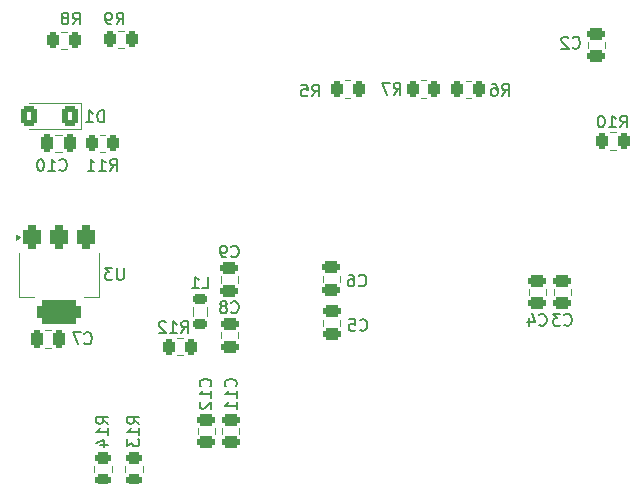
<source format=gbo>
%TF.GenerationSoftware,KiCad,Pcbnew,8.0.3*%
%TF.CreationDate,2024-06-30T18:20:56+08:00*%
%TF.ProjectId,Mini-K1-64,4d696e69-2d4b-4312-9d36-342e6b696361,rev?*%
%TF.SameCoordinates,Original*%
%TF.FileFunction,Legend,Bot*%
%TF.FilePolarity,Positive*%
%FSLAX46Y46*%
G04 Gerber Fmt 4.6, Leading zero omitted, Abs format (unit mm)*
G04 Created by KiCad (PCBNEW 8.0.3) date 2024-06-30 18:20:56*
%MOMM*%
%LPD*%
G01*
G04 APERTURE LIST*
G04 Aperture macros list*
%AMRoundRect*
0 Rectangle with rounded corners*
0 $1 Rounding radius*
0 $2 $3 $4 $5 $6 $7 $8 $9 X,Y pos of 4 corners*
0 Add a 4 corners polygon primitive as box body*
4,1,4,$2,$3,$4,$5,$6,$7,$8,$9,$2,$3,0*
0 Add four circle primitives for the rounded corners*
1,1,$1+$1,$2,$3*
1,1,$1+$1,$4,$5*
1,1,$1+$1,$6,$7*
1,1,$1+$1,$8,$9*
0 Add four rect primitives between the rounded corners*
20,1,$1+$1,$2,$3,$4,$5,0*
20,1,$1+$1,$4,$5,$6,$7,0*
20,1,$1+$1,$6,$7,$8,$9,0*
20,1,$1+$1,$8,$9,$2,$3,0*%
G04 Aperture macros list end*
%ADD10C,0.150000*%
%ADD11C,0.120000*%
%ADD12R,1.700000X1.700000*%
%ADD13O,1.700000X1.700000*%
%ADD14C,3.500000*%
%ADD15C,0.650000*%
%ADD16O,1.000000X2.100000*%
%ADD17O,1.000000X1.800000*%
%ADD18C,2.000000*%
%ADD19C,1.500000*%
%ADD20RoundRect,0.218750X-0.381250X0.218750X-0.381250X-0.218750X0.381250X-0.218750X0.381250X0.218750X0*%
%ADD21RoundRect,0.250000X0.475000X-0.250000X0.475000X0.250000X-0.475000X0.250000X-0.475000X-0.250000X0*%
%ADD22RoundRect,0.250000X0.262500X0.450000X-0.262500X0.450000X-0.262500X-0.450000X0.262500X-0.450000X0*%
%ADD23RoundRect,0.250000X0.250000X0.475000X-0.250000X0.475000X-0.250000X-0.475000X0.250000X-0.475000X0*%
%ADD24RoundRect,0.250000X-0.262500X-0.450000X0.262500X-0.450000X0.262500X0.450000X-0.262500X0.450000X0*%
%ADD25RoundRect,0.250000X0.400000X0.600000X-0.400000X0.600000X-0.400000X-0.600000X0.400000X-0.600000X0*%
%ADD26RoundRect,0.250000X-0.450000X0.262500X-0.450000X-0.262500X0.450000X-0.262500X0.450000X0.262500X0*%
%ADD27RoundRect,0.250000X-0.475000X0.250000X-0.475000X-0.250000X0.475000X-0.250000X0.475000X0.250000X0*%
%ADD28RoundRect,0.375000X-0.375000X0.625000X-0.375000X-0.625000X0.375000X-0.625000X0.375000X0.625000X0*%
%ADD29RoundRect,0.500000X-1.400000X0.500000X-1.400000X-0.500000X1.400000X-0.500000X1.400000X0.500000X0*%
%ADD30O,1.000000X1.000000*%
%ADD31R,1.000000X1.000000*%
G04 APERTURE END LIST*
D10*
X131951666Y-105304819D02*
X132427856Y-105304819D01*
X132427856Y-105304819D02*
X132427856Y-104304819D01*
X131094523Y-105304819D02*
X131665951Y-105304819D01*
X131380237Y-105304819D02*
X131380237Y-104304819D01*
X131380237Y-104304819D02*
X131475475Y-104447676D01*
X131475475Y-104447676D02*
X131570713Y-104542914D01*
X131570713Y-104542914D02*
X131665951Y-104590533D01*
X162626666Y-108359580D02*
X162674285Y-108407200D01*
X162674285Y-108407200D02*
X162817142Y-108454819D01*
X162817142Y-108454819D02*
X162912380Y-108454819D01*
X162912380Y-108454819D02*
X163055237Y-108407200D01*
X163055237Y-108407200D02*
X163150475Y-108311961D01*
X163150475Y-108311961D02*
X163198094Y-108216723D01*
X163198094Y-108216723D02*
X163245713Y-108026247D01*
X163245713Y-108026247D02*
X163245713Y-107883390D01*
X163245713Y-107883390D02*
X163198094Y-107692914D01*
X163198094Y-107692914D02*
X163150475Y-107597676D01*
X163150475Y-107597676D02*
X163055237Y-107502438D01*
X163055237Y-107502438D02*
X162912380Y-107454819D01*
X162912380Y-107454819D02*
X162817142Y-107454819D01*
X162817142Y-107454819D02*
X162674285Y-107502438D01*
X162674285Y-107502438D02*
X162626666Y-107550057D01*
X162293332Y-107454819D02*
X161674285Y-107454819D01*
X161674285Y-107454819D02*
X162007618Y-107835771D01*
X162007618Y-107835771D02*
X161864761Y-107835771D01*
X161864761Y-107835771D02*
X161769523Y-107883390D01*
X161769523Y-107883390D02*
X161721904Y-107931009D01*
X161721904Y-107931009D02*
X161674285Y-108026247D01*
X161674285Y-108026247D02*
X161674285Y-108264342D01*
X161674285Y-108264342D02*
X161721904Y-108359580D01*
X161721904Y-108359580D02*
X161769523Y-108407200D01*
X161769523Y-108407200D02*
X161864761Y-108454819D01*
X161864761Y-108454819D02*
X162150475Y-108454819D01*
X162150475Y-108454819D02*
X162245713Y-108407200D01*
X162245713Y-108407200D02*
X162293332Y-108359580D01*
X124175457Y-95351619D02*
X124508790Y-94875428D01*
X124746885Y-95351619D02*
X124746885Y-94351619D01*
X124746885Y-94351619D02*
X124365933Y-94351619D01*
X124365933Y-94351619D02*
X124270695Y-94399238D01*
X124270695Y-94399238D02*
X124223076Y-94446857D01*
X124223076Y-94446857D02*
X124175457Y-94542095D01*
X124175457Y-94542095D02*
X124175457Y-94684952D01*
X124175457Y-94684952D02*
X124223076Y-94780190D01*
X124223076Y-94780190D02*
X124270695Y-94827809D01*
X124270695Y-94827809D02*
X124365933Y-94875428D01*
X124365933Y-94875428D02*
X124746885Y-94875428D01*
X123223076Y-95351619D02*
X123794504Y-95351619D01*
X123508790Y-95351619D02*
X123508790Y-94351619D01*
X123508790Y-94351619D02*
X123604028Y-94494476D01*
X123604028Y-94494476D02*
X123699266Y-94589714D01*
X123699266Y-94589714D02*
X123794504Y-94637333D01*
X122270695Y-95351619D02*
X122842123Y-95351619D01*
X122556409Y-95351619D02*
X122556409Y-94351619D01*
X122556409Y-94351619D02*
X122651647Y-94494476D01*
X122651647Y-94494476D02*
X122746885Y-94589714D01*
X122746885Y-94589714D02*
X122842123Y-94637333D01*
X121997466Y-109937580D02*
X122045085Y-109985200D01*
X122045085Y-109985200D02*
X122187942Y-110032819D01*
X122187942Y-110032819D02*
X122283180Y-110032819D01*
X122283180Y-110032819D02*
X122426037Y-109985200D01*
X122426037Y-109985200D02*
X122521275Y-109889961D01*
X122521275Y-109889961D02*
X122568894Y-109794723D01*
X122568894Y-109794723D02*
X122616513Y-109604247D01*
X122616513Y-109604247D02*
X122616513Y-109461390D01*
X122616513Y-109461390D02*
X122568894Y-109270914D01*
X122568894Y-109270914D02*
X122521275Y-109175676D01*
X122521275Y-109175676D02*
X122426037Y-109080438D01*
X122426037Y-109080438D02*
X122283180Y-109032819D01*
X122283180Y-109032819D02*
X122187942Y-109032819D01*
X122187942Y-109032819D02*
X122045085Y-109080438D01*
X122045085Y-109080438D02*
X121997466Y-109128057D01*
X121664132Y-109032819D02*
X120997466Y-109032819D01*
X120997466Y-109032819D02*
X121426037Y-110032819D01*
X141266666Y-89049819D02*
X141599999Y-88573628D01*
X141838094Y-89049819D02*
X141838094Y-88049819D01*
X141838094Y-88049819D02*
X141457142Y-88049819D01*
X141457142Y-88049819D02*
X141361904Y-88097438D01*
X141361904Y-88097438D02*
X141314285Y-88145057D01*
X141314285Y-88145057D02*
X141266666Y-88240295D01*
X141266666Y-88240295D02*
X141266666Y-88383152D01*
X141266666Y-88383152D02*
X141314285Y-88478390D01*
X141314285Y-88478390D02*
X141361904Y-88526009D01*
X141361904Y-88526009D02*
X141457142Y-88573628D01*
X141457142Y-88573628D02*
X141838094Y-88573628D01*
X140361904Y-88049819D02*
X140838094Y-88049819D01*
X140838094Y-88049819D02*
X140885713Y-88526009D01*
X140885713Y-88526009D02*
X140838094Y-88478390D01*
X140838094Y-88478390D02*
X140742856Y-88430771D01*
X140742856Y-88430771D02*
X140504761Y-88430771D01*
X140504761Y-88430771D02*
X140409523Y-88478390D01*
X140409523Y-88478390D02*
X140361904Y-88526009D01*
X140361904Y-88526009D02*
X140314285Y-88621247D01*
X140314285Y-88621247D02*
X140314285Y-88859342D01*
X140314285Y-88859342D02*
X140361904Y-88954580D01*
X140361904Y-88954580D02*
X140409523Y-89002200D01*
X140409523Y-89002200D02*
X140504761Y-89049819D01*
X140504761Y-89049819D02*
X140742856Y-89049819D01*
X140742856Y-89049819D02*
X140838094Y-89002200D01*
X140838094Y-89002200D02*
X140885713Y-88954580D01*
X160501736Y-108359580D02*
X160549355Y-108407200D01*
X160549355Y-108407200D02*
X160692212Y-108454819D01*
X160692212Y-108454819D02*
X160787450Y-108454819D01*
X160787450Y-108454819D02*
X160930307Y-108407200D01*
X160930307Y-108407200D02*
X161025545Y-108311961D01*
X161025545Y-108311961D02*
X161073164Y-108216723D01*
X161073164Y-108216723D02*
X161120783Y-108026247D01*
X161120783Y-108026247D02*
X161120783Y-107883390D01*
X161120783Y-107883390D02*
X161073164Y-107692914D01*
X161073164Y-107692914D02*
X161025545Y-107597676D01*
X161025545Y-107597676D02*
X160930307Y-107502438D01*
X160930307Y-107502438D02*
X160787450Y-107454819D01*
X160787450Y-107454819D02*
X160692212Y-107454819D01*
X160692212Y-107454819D02*
X160549355Y-107502438D01*
X160549355Y-107502438D02*
X160501736Y-107550057D01*
X159644593Y-107788152D02*
X159644593Y-108454819D01*
X159882688Y-107407200D02*
X160120783Y-108121485D01*
X160120783Y-108121485D02*
X159501736Y-108121485D01*
X130202857Y-109079819D02*
X130536190Y-108603628D01*
X130774285Y-109079819D02*
X130774285Y-108079819D01*
X130774285Y-108079819D02*
X130393333Y-108079819D01*
X130393333Y-108079819D02*
X130298095Y-108127438D01*
X130298095Y-108127438D02*
X130250476Y-108175057D01*
X130250476Y-108175057D02*
X130202857Y-108270295D01*
X130202857Y-108270295D02*
X130202857Y-108413152D01*
X130202857Y-108413152D02*
X130250476Y-108508390D01*
X130250476Y-108508390D02*
X130298095Y-108556009D01*
X130298095Y-108556009D02*
X130393333Y-108603628D01*
X130393333Y-108603628D02*
X130774285Y-108603628D01*
X129250476Y-109079819D02*
X129821904Y-109079819D01*
X129536190Y-109079819D02*
X129536190Y-108079819D01*
X129536190Y-108079819D02*
X129631428Y-108222676D01*
X129631428Y-108222676D02*
X129726666Y-108317914D01*
X129726666Y-108317914D02*
X129821904Y-108365533D01*
X128869523Y-108175057D02*
X128821904Y-108127438D01*
X128821904Y-108127438D02*
X128726666Y-108079819D01*
X128726666Y-108079819D02*
X128488571Y-108079819D01*
X128488571Y-108079819D02*
X128393333Y-108127438D01*
X128393333Y-108127438D02*
X128345714Y-108175057D01*
X128345714Y-108175057D02*
X128298095Y-108270295D01*
X128298095Y-108270295D02*
X128298095Y-108365533D01*
X128298095Y-108365533D02*
X128345714Y-108508390D01*
X128345714Y-108508390D02*
X128917142Y-109079819D01*
X128917142Y-109079819D02*
X128298095Y-109079819D01*
X123661094Y-91236819D02*
X123661094Y-90236819D01*
X123661094Y-90236819D02*
X123422999Y-90236819D01*
X123422999Y-90236819D02*
X123280142Y-90284438D01*
X123280142Y-90284438D02*
X123184904Y-90379676D01*
X123184904Y-90379676D02*
X123137285Y-90474914D01*
X123137285Y-90474914D02*
X123089666Y-90665390D01*
X123089666Y-90665390D02*
X123089666Y-90808247D01*
X123089666Y-90808247D02*
X123137285Y-90998723D01*
X123137285Y-90998723D02*
X123184904Y-91093961D01*
X123184904Y-91093961D02*
X123280142Y-91189200D01*
X123280142Y-91189200D02*
X123422999Y-91236819D01*
X123422999Y-91236819D02*
X123661094Y-91236819D01*
X122137285Y-91236819D02*
X122708713Y-91236819D01*
X122422999Y-91236819D02*
X122422999Y-90236819D01*
X122422999Y-90236819D02*
X122518237Y-90379676D01*
X122518237Y-90379676D02*
X122613475Y-90474914D01*
X122613475Y-90474914D02*
X122708713Y-90522533D01*
X126639819Y-116782142D02*
X126163628Y-116448809D01*
X126639819Y-116210714D02*
X125639819Y-116210714D01*
X125639819Y-116210714D02*
X125639819Y-116591666D01*
X125639819Y-116591666D02*
X125687438Y-116686904D01*
X125687438Y-116686904D02*
X125735057Y-116734523D01*
X125735057Y-116734523D02*
X125830295Y-116782142D01*
X125830295Y-116782142D02*
X125973152Y-116782142D01*
X125973152Y-116782142D02*
X126068390Y-116734523D01*
X126068390Y-116734523D02*
X126116009Y-116686904D01*
X126116009Y-116686904D02*
X126163628Y-116591666D01*
X126163628Y-116591666D02*
X126163628Y-116210714D01*
X126639819Y-117734523D02*
X126639819Y-117163095D01*
X126639819Y-117448809D02*
X125639819Y-117448809D01*
X125639819Y-117448809D02*
X125782676Y-117353571D01*
X125782676Y-117353571D02*
X125877914Y-117258333D01*
X125877914Y-117258333D02*
X125925533Y-117163095D01*
X125639819Y-118067857D02*
X125639819Y-118686904D01*
X125639819Y-118686904D02*
X126020771Y-118353571D01*
X126020771Y-118353571D02*
X126020771Y-118496428D01*
X126020771Y-118496428D02*
X126068390Y-118591666D01*
X126068390Y-118591666D02*
X126116009Y-118639285D01*
X126116009Y-118639285D02*
X126211247Y-118686904D01*
X126211247Y-118686904D02*
X126449342Y-118686904D01*
X126449342Y-118686904D02*
X126544580Y-118639285D01*
X126544580Y-118639285D02*
X126592200Y-118591666D01*
X126592200Y-118591666D02*
X126639819Y-118496428D01*
X126639819Y-118496428D02*
X126639819Y-118210714D01*
X126639819Y-118210714D02*
X126592200Y-118115476D01*
X126592200Y-118115476D02*
X126544580Y-118067857D01*
X157356666Y-88989819D02*
X157689999Y-88513628D01*
X157928094Y-88989819D02*
X157928094Y-87989819D01*
X157928094Y-87989819D02*
X157547142Y-87989819D01*
X157547142Y-87989819D02*
X157451904Y-88037438D01*
X157451904Y-88037438D02*
X157404285Y-88085057D01*
X157404285Y-88085057D02*
X157356666Y-88180295D01*
X157356666Y-88180295D02*
X157356666Y-88323152D01*
X157356666Y-88323152D02*
X157404285Y-88418390D01*
X157404285Y-88418390D02*
X157451904Y-88466009D01*
X157451904Y-88466009D02*
X157547142Y-88513628D01*
X157547142Y-88513628D02*
X157928094Y-88513628D01*
X156499523Y-87989819D02*
X156689999Y-87989819D01*
X156689999Y-87989819D02*
X156785237Y-88037438D01*
X156785237Y-88037438D02*
X156832856Y-88085057D01*
X156832856Y-88085057D02*
X156928094Y-88227914D01*
X156928094Y-88227914D02*
X156975713Y-88418390D01*
X156975713Y-88418390D02*
X156975713Y-88799342D01*
X156975713Y-88799342D02*
X156928094Y-88894580D01*
X156928094Y-88894580D02*
X156880475Y-88942200D01*
X156880475Y-88942200D02*
X156785237Y-88989819D01*
X156785237Y-88989819D02*
X156594761Y-88989819D01*
X156594761Y-88989819D02*
X156499523Y-88942200D01*
X156499523Y-88942200D02*
X156451904Y-88894580D01*
X156451904Y-88894580D02*
X156404285Y-88799342D01*
X156404285Y-88799342D02*
X156404285Y-88561247D01*
X156404285Y-88561247D02*
X156451904Y-88466009D01*
X156451904Y-88466009D02*
X156499523Y-88418390D01*
X156499523Y-88418390D02*
X156594761Y-88370771D01*
X156594761Y-88370771D02*
X156785237Y-88370771D01*
X156785237Y-88370771D02*
X156880475Y-88418390D01*
X156880475Y-88418390D02*
X156928094Y-88466009D01*
X156928094Y-88466009D02*
X156975713Y-88561247D01*
X148176666Y-88889819D02*
X148509999Y-88413628D01*
X148748094Y-88889819D02*
X148748094Y-87889819D01*
X148748094Y-87889819D02*
X148367142Y-87889819D01*
X148367142Y-87889819D02*
X148271904Y-87937438D01*
X148271904Y-87937438D02*
X148224285Y-87985057D01*
X148224285Y-87985057D02*
X148176666Y-88080295D01*
X148176666Y-88080295D02*
X148176666Y-88223152D01*
X148176666Y-88223152D02*
X148224285Y-88318390D01*
X148224285Y-88318390D02*
X148271904Y-88366009D01*
X148271904Y-88366009D02*
X148367142Y-88413628D01*
X148367142Y-88413628D02*
X148748094Y-88413628D01*
X147843332Y-87889819D02*
X147176666Y-87889819D01*
X147176666Y-87889819D02*
X147605237Y-88889819D01*
X121006866Y-82956419D02*
X121340199Y-82480228D01*
X121578294Y-82956419D02*
X121578294Y-81956419D01*
X121578294Y-81956419D02*
X121197342Y-81956419D01*
X121197342Y-81956419D02*
X121102104Y-82004038D01*
X121102104Y-82004038D02*
X121054485Y-82051657D01*
X121054485Y-82051657D02*
X121006866Y-82146895D01*
X121006866Y-82146895D02*
X121006866Y-82289752D01*
X121006866Y-82289752D02*
X121054485Y-82384990D01*
X121054485Y-82384990D02*
X121102104Y-82432609D01*
X121102104Y-82432609D02*
X121197342Y-82480228D01*
X121197342Y-82480228D02*
X121578294Y-82480228D01*
X120435437Y-82384990D02*
X120530675Y-82337371D01*
X120530675Y-82337371D02*
X120578294Y-82289752D01*
X120578294Y-82289752D02*
X120625913Y-82194514D01*
X120625913Y-82194514D02*
X120625913Y-82146895D01*
X120625913Y-82146895D02*
X120578294Y-82051657D01*
X120578294Y-82051657D02*
X120530675Y-82004038D01*
X120530675Y-82004038D02*
X120435437Y-81956419D01*
X120435437Y-81956419D02*
X120244961Y-81956419D01*
X120244961Y-81956419D02*
X120149723Y-82004038D01*
X120149723Y-82004038D02*
X120102104Y-82051657D01*
X120102104Y-82051657D02*
X120054485Y-82146895D01*
X120054485Y-82146895D02*
X120054485Y-82194514D01*
X120054485Y-82194514D02*
X120102104Y-82289752D01*
X120102104Y-82289752D02*
X120149723Y-82337371D01*
X120149723Y-82337371D02*
X120244961Y-82384990D01*
X120244961Y-82384990D02*
X120435437Y-82384990D01*
X120435437Y-82384990D02*
X120530675Y-82432609D01*
X120530675Y-82432609D02*
X120578294Y-82480228D01*
X120578294Y-82480228D02*
X120625913Y-82575466D01*
X120625913Y-82575466D02*
X120625913Y-82765942D01*
X120625913Y-82765942D02*
X120578294Y-82861180D01*
X120578294Y-82861180D02*
X120530675Y-82908800D01*
X120530675Y-82908800D02*
X120435437Y-82956419D01*
X120435437Y-82956419D02*
X120244961Y-82956419D01*
X120244961Y-82956419D02*
X120149723Y-82908800D01*
X120149723Y-82908800D02*
X120102104Y-82861180D01*
X120102104Y-82861180D02*
X120054485Y-82765942D01*
X120054485Y-82765942D02*
X120054485Y-82575466D01*
X120054485Y-82575466D02*
X120102104Y-82480228D01*
X120102104Y-82480228D02*
X120149723Y-82432609D01*
X120149723Y-82432609D02*
X120244961Y-82384990D01*
X163336666Y-84904580D02*
X163384285Y-84952200D01*
X163384285Y-84952200D02*
X163527142Y-84999819D01*
X163527142Y-84999819D02*
X163622380Y-84999819D01*
X163622380Y-84999819D02*
X163765237Y-84952200D01*
X163765237Y-84952200D02*
X163860475Y-84856961D01*
X163860475Y-84856961D02*
X163908094Y-84761723D01*
X163908094Y-84761723D02*
X163955713Y-84571247D01*
X163955713Y-84571247D02*
X163955713Y-84428390D01*
X163955713Y-84428390D02*
X163908094Y-84237914D01*
X163908094Y-84237914D02*
X163860475Y-84142676D01*
X163860475Y-84142676D02*
X163765237Y-84047438D01*
X163765237Y-84047438D02*
X163622380Y-83999819D01*
X163622380Y-83999819D02*
X163527142Y-83999819D01*
X163527142Y-83999819D02*
X163384285Y-84047438D01*
X163384285Y-84047438D02*
X163336666Y-84095057D01*
X162955713Y-84095057D02*
X162908094Y-84047438D01*
X162908094Y-84047438D02*
X162812856Y-83999819D01*
X162812856Y-83999819D02*
X162574761Y-83999819D01*
X162574761Y-83999819D02*
X162479523Y-84047438D01*
X162479523Y-84047438D02*
X162431904Y-84095057D01*
X162431904Y-84095057D02*
X162384285Y-84190295D01*
X162384285Y-84190295D02*
X162384285Y-84285533D01*
X162384285Y-84285533D02*
X162431904Y-84428390D01*
X162431904Y-84428390D02*
X163003332Y-84999819D01*
X163003332Y-84999819D02*
X162384285Y-84999819D01*
X134426666Y-107309580D02*
X134474285Y-107357200D01*
X134474285Y-107357200D02*
X134617142Y-107404819D01*
X134617142Y-107404819D02*
X134712380Y-107404819D01*
X134712380Y-107404819D02*
X134855237Y-107357200D01*
X134855237Y-107357200D02*
X134950475Y-107261961D01*
X134950475Y-107261961D02*
X134998094Y-107166723D01*
X134998094Y-107166723D02*
X135045713Y-106976247D01*
X135045713Y-106976247D02*
X135045713Y-106833390D01*
X135045713Y-106833390D02*
X134998094Y-106642914D01*
X134998094Y-106642914D02*
X134950475Y-106547676D01*
X134950475Y-106547676D02*
X134855237Y-106452438D01*
X134855237Y-106452438D02*
X134712380Y-106404819D01*
X134712380Y-106404819D02*
X134617142Y-106404819D01*
X134617142Y-106404819D02*
X134474285Y-106452438D01*
X134474285Y-106452438D02*
X134426666Y-106500057D01*
X133855237Y-106833390D02*
X133950475Y-106785771D01*
X133950475Y-106785771D02*
X133998094Y-106738152D01*
X133998094Y-106738152D02*
X134045713Y-106642914D01*
X134045713Y-106642914D02*
X134045713Y-106595295D01*
X134045713Y-106595295D02*
X133998094Y-106500057D01*
X133998094Y-106500057D02*
X133950475Y-106452438D01*
X133950475Y-106452438D02*
X133855237Y-106404819D01*
X133855237Y-106404819D02*
X133664761Y-106404819D01*
X133664761Y-106404819D02*
X133569523Y-106452438D01*
X133569523Y-106452438D02*
X133521904Y-106500057D01*
X133521904Y-106500057D02*
X133474285Y-106595295D01*
X133474285Y-106595295D02*
X133474285Y-106642914D01*
X133474285Y-106642914D02*
X133521904Y-106738152D01*
X133521904Y-106738152D02*
X133569523Y-106785771D01*
X133569523Y-106785771D02*
X133664761Y-106833390D01*
X133664761Y-106833390D02*
X133855237Y-106833390D01*
X133855237Y-106833390D02*
X133950475Y-106881009D01*
X133950475Y-106881009D02*
X133998094Y-106928628D01*
X133998094Y-106928628D02*
X134045713Y-107023866D01*
X134045713Y-107023866D02*
X134045713Y-107214342D01*
X134045713Y-107214342D02*
X133998094Y-107309580D01*
X133998094Y-107309580D02*
X133950475Y-107357200D01*
X133950475Y-107357200D02*
X133855237Y-107404819D01*
X133855237Y-107404819D02*
X133664761Y-107404819D01*
X133664761Y-107404819D02*
X133569523Y-107357200D01*
X133569523Y-107357200D02*
X133521904Y-107309580D01*
X133521904Y-107309580D02*
X133474285Y-107214342D01*
X133474285Y-107214342D02*
X133474285Y-107023866D01*
X133474285Y-107023866D02*
X133521904Y-106928628D01*
X133521904Y-106928628D02*
X133569523Y-106881009D01*
X133569523Y-106881009D02*
X133664761Y-106833390D01*
X167362857Y-91669819D02*
X167696190Y-91193628D01*
X167934285Y-91669819D02*
X167934285Y-90669819D01*
X167934285Y-90669819D02*
X167553333Y-90669819D01*
X167553333Y-90669819D02*
X167458095Y-90717438D01*
X167458095Y-90717438D02*
X167410476Y-90765057D01*
X167410476Y-90765057D02*
X167362857Y-90860295D01*
X167362857Y-90860295D02*
X167362857Y-91003152D01*
X167362857Y-91003152D02*
X167410476Y-91098390D01*
X167410476Y-91098390D02*
X167458095Y-91146009D01*
X167458095Y-91146009D02*
X167553333Y-91193628D01*
X167553333Y-91193628D02*
X167934285Y-91193628D01*
X166410476Y-91669819D02*
X166981904Y-91669819D01*
X166696190Y-91669819D02*
X166696190Y-90669819D01*
X166696190Y-90669819D02*
X166791428Y-90812676D01*
X166791428Y-90812676D02*
X166886666Y-90907914D01*
X166886666Y-90907914D02*
X166981904Y-90955533D01*
X165791428Y-90669819D02*
X165696190Y-90669819D01*
X165696190Y-90669819D02*
X165600952Y-90717438D01*
X165600952Y-90717438D02*
X165553333Y-90765057D01*
X165553333Y-90765057D02*
X165505714Y-90860295D01*
X165505714Y-90860295D02*
X165458095Y-91050771D01*
X165458095Y-91050771D02*
X165458095Y-91288866D01*
X165458095Y-91288866D02*
X165505714Y-91479342D01*
X165505714Y-91479342D02*
X165553333Y-91574580D01*
X165553333Y-91574580D02*
X165600952Y-91622200D01*
X165600952Y-91622200D02*
X165696190Y-91669819D01*
X165696190Y-91669819D02*
X165791428Y-91669819D01*
X165791428Y-91669819D02*
X165886666Y-91622200D01*
X165886666Y-91622200D02*
X165934285Y-91574580D01*
X165934285Y-91574580D02*
X165981904Y-91479342D01*
X165981904Y-91479342D02*
X166029523Y-91288866D01*
X166029523Y-91288866D02*
X166029523Y-91050771D01*
X166029523Y-91050771D02*
X165981904Y-90860295D01*
X165981904Y-90860295D02*
X165934285Y-90765057D01*
X165934285Y-90765057D02*
X165886666Y-90717438D01*
X165886666Y-90717438D02*
X165791428Y-90669819D01*
X134426666Y-102584580D02*
X134474285Y-102632200D01*
X134474285Y-102632200D02*
X134617142Y-102679819D01*
X134617142Y-102679819D02*
X134712380Y-102679819D01*
X134712380Y-102679819D02*
X134855237Y-102632200D01*
X134855237Y-102632200D02*
X134950475Y-102536961D01*
X134950475Y-102536961D02*
X134998094Y-102441723D01*
X134998094Y-102441723D02*
X135045713Y-102251247D01*
X135045713Y-102251247D02*
X135045713Y-102108390D01*
X135045713Y-102108390D02*
X134998094Y-101917914D01*
X134998094Y-101917914D02*
X134950475Y-101822676D01*
X134950475Y-101822676D02*
X134855237Y-101727438D01*
X134855237Y-101727438D02*
X134712380Y-101679819D01*
X134712380Y-101679819D02*
X134617142Y-101679819D01*
X134617142Y-101679819D02*
X134474285Y-101727438D01*
X134474285Y-101727438D02*
X134426666Y-101775057D01*
X133950475Y-102679819D02*
X133759999Y-102679819D01*
X133759999Y-102679819D02*
X133664761Y-102632200D01*
X133664761Y-102632200D02*
X133617142Y-102584580D01*
X133617142Y-102584580D02*
X133521904Y-102441723D01*
X133521904Y-102441723D02*
X133474285Y-102251247D01*
X133474285Y-102251247D02*
X133474285Y-101870295D01*
X133474285Y-101870295D02*
X133521904Y-101775057D01*
X133521904Y-101775057D02*
X133569523Y-101727438D01*
X133569523Y-101727438D02*
X133664761Y-101679819D01*
X133664761Y-101679819D02*
X133855237Y-101679819D01*
X133855237Y-101679819D02*
X133950475Y-101727438D01*
X133950475Y-101727438D02*
X133998094Y-101775057D01*
X133998094Y-101775057D02*
X134045713Y-101870295D01*
X134045713Y-101870295D02*
X134045713Y-102108390D01*
X134045713Y-102108390D02*
X133998094Y-102203628D01*
X133998094Y-102203628D02*
X133950475Y-102251247D01*
X133950475Y-102251247D02*
X133855237Y-102298866D01*
X133855237Y-102298866D02*
X133664761Y-102298866D01*
X133664761Y-102298866D02*
X133569523Y-102251247D01*
X133569523Y-102251247D02*
X133521904Y-102203628D01*
X133521904Y-102203628D02*
X133474285Y-102108390D01*
X124014819Y-116782142D02*
X123538628Y-116448809D01*
X124014819Y-116210714D02*
X123014819Y-116210714D01*
X123014819Y-116210714D02*
X123014819Y-116591666D01*
X123014819Y-116591666D02*
X123062438Y-116686904D01*
X123062438Y-116686904D02*
X123110057Y-116734523D01*
X123110057Y-116734523D02*
X123205295Y-116782142D01*
X123205295Y-116782142D02*
X123348152Y-116782142D01*
X123348152Y-116782142D02*
X123443390Y-116734523D01*
X123443390Y-116734523D02*
X123491009Y-116686904D01*
X123491009Y-116686904D02*
X123538628Y-116591666D01*
X123538628Y-116591666D02*
X123538628Y-116210714D01*
X124014819Y-117734523D02*
X124014819Y-117163095D01*
X124014819Y-117448809D02*
X123014819Y-117448809D01*
X123014819Y-117448809D02*
X123157676Y-117353571D01*
X123157676Y-117353571D02*
X123252914Y-117258333D01*
X123252914Y-117258333D02*
X123300533Y-117163095D01*
X123348152Y-118591666D02*
X124014819Y-118591666D01*
X122967200Y-118353571D02*
X123681485Y-118115476D01*
X123681485Y-118115476D02*
X123681485Y-118734523D01*
X125310504Y-103571819D02*
X125310504Y-104381342D01*
X125310504Y-104381342D02*
X125262885Y-104476580D01*
X125262885Y-104476580D02*
X125215266Y-104524200D01*
X125215266Y-104524200D02*
X125120028Y-104571819D01*
X125120028Y-104571819D02*
X124929552Y-104571819D01*
X124929552Y-104571819D02*
X124834314Y-104524200D01*
X124834314Y-104524200D02*
X124786695Y-104476580D01*
X124786695Y-104476580D02*
X124739076Y-104381342D01*
X124739076Y-104381342D02*
X124739076Y-103571819D01*
X124358123Y-103571819D02*
X123739076Y-103571819D01*
X123739076Y-103571819D02*
X124072409Y-103952771D01*
X124072409Y-103952771D02*
X123929552Y-103952771D01*
X123929552Y-103952771D02*
X123834314Y-104000390D01*
X123834314Y-104000390D02*
X123786695Y-104048009D01*
X123786695Y-104048009D02*
X123739076Y-104143247D01*
X123739076Y-104143247D02*
X123739076Y-104381342D01*
X123739076Y-104381342D02*
X123786695Y-104476580D01*
X123786695Y-104476580D02*
X123834314Y-104524200D01*
X123834314Y-104524200D02*
X123929552Y-104571819D01*
X123929552Y-104571819D02*
X124215266Y-104571819D01*
X124215266Y-104571819D02*
X124310504Y-104524200D01*
X124310504Y-104524200D02*
X124358123Y-104476580D01*
X134794580Y-113607142D02*
X134842200Y-113559523D01*
X134842200Y-113559523D02*
X134889819Y-113416666D01*
X134889819Y-113416666D02*
X134889819Y-113321428D01*
X134889819Y-113321428D02*
X134842200Y-113178571D01*
X134842200Y-113178571D02*
X134746961Y-113083333D01*
X134746961Y-113083333D02*
X134651723Y-113035714D01*
X134651723Y-113035714D02*
X134461247Y-112988095D01*
X134461247Y-112988095D02*
X134318390Y-112988095D01*
X134318390Y-112988095D02*
X134127914Y-113035714D01*
X134127914Y-113035714D02*
X134032676Y-113083333D01*
X134032676Y-113083333D02*
X133937438Y-113178571D01*
X133937438Y-113178571D02*
X133889819Y-113321428D01*
X133889819Y-113321428D02*
X133889819Y-113416666D01*
X133889819Y-113416666D02*
X133937438Y-113559523D01*
X133937438Y-113559523D02*
X133985057Y-113607142D01*
X134889819Y-114559523D02*
X134889819Y-113988095D01*
X134889819Y-114273809D02*
X133889819Y-114273809D01*
X133889819Y-114273809D02*
X134032676Y-114178571D01*
X134032676Y-114178571D02*
X134127914Y-114083333D01*
X134127914Y-114083333D02*
X134175533Y-113988095D01*
X134889819Y-115511904D02*
X134889819Y-114940476D01*
X134889819Y-115226190D02*
X133889819Y-115226190D01*
X133889819Y-115226190D02*
X134032676Y-115130952D01*
X134032676Y-115130952D02*
X134127914Y-115035714D01*
X134127914Y-115035714D02*
X134175533Y-114940476D01*
X145326666Y-108809580D02*
X145374285Y-108857200D01*
X145374285Y-108857200D02*
X145517142Y-108904819D01*
X145517142Y-108904819D02*
X145612380Y-108904819D01*
X145612380Y-108904819D02*
X145755237Y-108857200D01*
X145755237Y-108857200D02*
X145850475Y-108761961D01*
X145850475Y-108761961D02*
X145898094Y-108666723D01*
X145898094Y-108666723D02*
X145945713Y-108476247D01*
X145945713Y-108476247D02*
X145945713Y-108333390D01*
X145945713Y-108333390D02*
X145898094Y-108142914D01*
X145898094Y-108142914D02*
X145850475Y-108047676D01*
X145850475Y-108047676D02*
X145755237Y-107952438D01*
X145755237Y-107952438D02*
X145612380Y-107904819D01*
X145612380Y-107904819D02*
X145517142Y-107904819D01*
X145517142Y-107904819D02*
X145374285Y-107952438D01*
X145374285Y-107952438D02*
X145326666Y-108000057D01*
X144421904Y-107904819D02*
X144898094Y-107904819D01*
X144898094Y-107904819D02*
X144945713Y-108381009D01*
X144945713Y-108381009D02*
X144898094Y-108333390D01*
X144898094Y-108333390D02*
X144802856Y-108285771D01*
X144802856Y-108285771D02*
X144564761Y-108285771D01*
X144564761Y-108285771D02*
X144469523Y-108333390D01*
X144469523Y-108333390D02*
X144421904Y-108381009D01*
X144421904Y-108381009D02*
X144374285Y-108476247D01*
X144374285Y-108476247D02*
X144374285Y-108714342D01*
X144374285Y-108714342D02*
X144421904Y-108809580D01*
X144421904Y-108809580D02*
X144469523Y-108857200D01*
X144469523Y-108857200D02*
X144564761Y-108904819D01*
X144564761Y-108904819D02*
X144802856Y-108904819D01*
X144802856Y-108904819D02*
X144898094Y-108857200D01*
X144898094Y-108857200D02*
X144945713Y-108809580D01*
X132644580Y-113607142D02*
X132692200Y-113559523D01*
X132692200Y-113559523D02*
X132739819Y-113416666D01*
X132739819Y-113416666D02*
X132739819Y-113321428D01*
X132739819Y-113321428D02*
X132692200Y-113178571D01*
X132692200Y-113178571D02*
X132596961Y-113083333D01*
X132596961Y-113083333D02*
X132501723Y-113035714D01*
X132501723Y-113035714D02*
X132311247Y-112988095D01*
X132311247Y-112988095D02*
X132168390Y-112988095D01*
X132168390Y-112988095D02*
X131977914Y-113035714D01*
X131977914Y-113035714D02*
X131882676Y-113083333D01*
X131882676Y-113083333D02*
X131787438Y-113178571D01*
X131787438Y-113178571D02*
X131739819Y-113321428D01*
X131739819Y-113321428D02*
X131739819Y-113416666D01*
X131739819Y-113416666D02*
X131787438Y-113559523D01*
X131787438Y-113559523D02*
X131835057Y-113607142D01*
X132739819Y-114559523D02*
X132739819Y-113988095D01*
X132739819Y-114273809D02*
X131739819Y-114273809D01*
X131739819Y-114273809D02*
X131882676Y-114178571D01*
X131882676Y-114178571D02*
X131977914Y-114083333D01*
X131977914Y-114083333D02*
X132025533Y-113988095D01*
X131835057Y-114940476D02*
X131787438Y-114988095D01*
X131787438Y-114988095D02*
X131739819Y-115083333D01*
X131739819Y-115083333D02*
X131739819Y-115321428D01*
X131739819Y-115321428D02*
X131787438Y-115416666D01*
X131787438Y-115416666D02*
X131835057Y-115464285D01*
X131835057Y-115464285D02*
X131930295Y-115511904D01*
X131930295Y-115511904D02*
X132025533Y-115511904D01*
X132025533Y-115511904D02*
X132168390Y-115464285D01*
X132168390Y-115464285D02*
X132739819Y-114892857D01*
X132739819Y-114892857D02*
X132739819Y-115511904D01*
X145226666Y-105034580D02*
X145274285Y-105082200D01*
X145274285Y-105082200D02*
X145417142Y-105129819D01*
X145417142Y-105129819D02*
X145512380Y-105129819D01*
X145512380Y-105129819D02*
X145655237Y-105082200D01*
X145655237Y-105082200D02*
X145750475Y-104986961D01*
X145750475Y-104986961D02*
X145798094Y-104891723D01*
X145798094Y-104891723D02*
X145845713Y-104701247D01*
X145845713Y-104701247D02*
X145845713Y-104558390D01*
X145845713Y-104558390D02*
X145798094Y-104367914D01*
X145798094Y-104367914D02*
X145750475Y-104272676D01*
X145750475Y-104272676D02*
X145655237Y-104177438D01*
X145655237Y-104177438D02*
X145512380Y-104129819D01*
X145512380Y-104129819D02*
X145417142Y-104129819D01*
X145417142Y-104129819D02*
X145274285Y-104177438D01*
X145274285Y-104177438D02*
X145226666Y-104225057D01*
X144369523Y-104129819D02*
X144559999Y-104129819D01*
X144559999Y-104129819D02*
X144655237Y-104177438D01*
X144655237Y-104177438D02*
X144702856Y-104225057D01*
X144702856Y-104225057D02*
X144798094Y-104367914D01*
X144798094Y-104367914D02*
X144845713Y-104558390D01*
X144845713Y-104558390D02*
X144845713Y-104939342D01*
X144845713Y-104939342D02*
X144798094Y-105034580D01*
X144798094Y-105034580D02*
X144750475Y-105082200D01*
X144750475Y-105082200D02*
X144655237Y-105129819D01*
X144655237Y-105129819D02*
X144464761Y-105129819D01*
X144464761Y-105129819D02*
X144369523Y-105082200D01*
X144369523Y-105082200D02*
X144321904Y-105034580D01*
X144321904Y-105034580D02*
X144274285Y-104939342D01*
X144274285Y-104939342D02*
X144274285Y-104701247D01*
X144274285Y-104701247D02*
X144321904Y-104606009D01*
X144321904Y-104606009D02*
X144369523Y-104558390D01*
X144369523Y-104558390D02*
X144464761Y-104510771D01*
X144464761Y-104510771D02*
X144655237Y-104510771D01*
X144655237Y-104510771D02*
X144750475Y-104558390D01*
X144750475Y-104558390D02*
X144798094Y-104606009D01*
X144798094Y-104606009D02*
X144845713Y-104701247D01*
X124715266Y-82956419D02*
X125048599Y-82480228D01*
X125286694Y-82956419D02*
X125286694Y-81956419D01*
X125286694Y-81956419D02*
X124905742Y-81956419D01*
X124905742Y-81956419D02*
X124810504Y-82004038D01*
X124810504Y-82004038D02*
X124762885Y-82051657D01*
X124762885Y-82051657D02*
X124715266Y-82146895D01*
X124715266Y-82146895D02*
X124715266Y-82289752D01*
X124715266Y-82289752D02*
X124762885Y-82384990D01*
X124762885Y-82384990D02*
X124810504Y-82432609D01*
X124810504Y-82432609D02*
X124905742Y-82480228D01*
X124905742Y-82480228D02*
X125286694Y-82480228D01*
X124239075Y-82956419D02*
X124048599Y-82956419D01*
X124048599Y-82956419D02*
X123953361Y-82908800D01*
X123953361Y-82908800D02*
X123905742Y-82861180D01*
X123905742Y-82861180D02*
X123810504Y-82718323D01*
X123810504Y-82718323D02*
X123762885Y-82527847D01*
X123762885Y-82527847D02*
X123762885Y-82146895D01*
X123762885Y-82146895D02*
X123810504Y-82051657D01*
X123810504Y-82051657D02*
X123858123Y-82004038D01*
X123858123Y-82004038D02*
X123953361Y-81956419D01*
X123953361Y-81956419D02*
X124143837Y-81956419D01*
X124143837Y-81956419D02*
X124239075Y-82004038D01*
X124239075Y-82004038D02*
X124286694Y-82051657D01*
X124286694Y-82051657D02*
X124334313Y-82146895D01*
X124334313Y-82146895D02*
X124334313Y-82384990D01*
X124334313Y-82384990D02*
X124286694Y-82480228D01*
X124286694Y-82480228D02*
X124239075Y-82527847D01*
X124239075Y-82527847D02*
X124143837Y-82575466D01*
X124143837Y-82575466D02*
X123953361Y-82575466D01*
X123953361Y-82575466D02*
X123858123Y-82527847D01*
X123858123Y-82527847D02*
X123810504Y-82480228D01*
X123810504Y-82480228D02*
X123762885Y-82384990D01*
X119882857Y-95256380D02*
X119930476Y-95304000D01*
X119930476Y-95304000D02*
X120073333Y-95351619D01*
X120073333Y-95351619D02*
X120168571Y-95351619D01*
X120168571Y-95351619D02*
X120311428Y-95304000D01*
X120311428Y-95304000D02*
X120406666Y-95208761D01*
X120406666Y-95208761D02*
X120454285Y-95113523D01*
X120454285Y-95113523D02*
X120501904Y-94923047D01*
X120501904Y-94923047D02*
X120501904Y-94780190D01*
X120501904Y-94780190D02*
X120454285Y-94589714D01*
X120454285Y-94589714D02*
X120406666Y-94494476D01*
X120406666Y-94494476D02*
X120311428Y-94399238D01*
X120311428Y-94399238D02*
X120168571Y-94351619D01*
X120168571Y-94351619D02*
X120073333Y-94351619D01*
X120073333Y-94351619D02*
X119930476Y-94399238D01*
X119930476Y-94399238D02*
X119882857Y-94446857D01*
X118930476Y-95351619D02*
X119501904Y-95351619D01*
X119216190Y-95351619D02*
X119216190Y-94351619D01*
X119216190Y-94351619D02*
X119311428Y-94494476D01*
X119311428Y-94494476D02*
X119406666Y-94589714D01*
X119406666Y-94589714D02*
X119501904Y-94637333D01*
X118311428Y-94351619D02*
X118216190Y-94351619D01*
X118216190Y-94351619D02*
X118120952Y-94399238D01*
X118120952Y-94399238D02*
X118073333Y-94446857D01*
X118073333Y-94446857D02*
X118025714Y-94542095D01*
X118025714Y-94542095D02*
X117978095Y-94732571D01*
X117978095Y-94732571D02*
X117978095Y-94970666D01*
X117978095Y-94970666D02*
X118025714Y-95161142D01*
X118025714Y-95161142D02*
X118073333Y-95256380D01*
X118073333Y-95256380D02*
X118120952Y-95304000D01*
X118120952Y-95304000D02*
X118216190Y-95351619D01*
X118216190Y-95351619D02*
X118311428Y-95351619D01*
X118311428Y-95351619D02*
X118406666Y-95304000D01*
X118406666Y-95304000D02*
X118454285Y-95256380D01*
X118454285Y-95256380D02*
X118501904Y-95161142D01*
X118501904Y-95161142D02*
X118549523Y-94970666D01*
X118549523Y-94970666D02*
X118549523Y-94732571D01*
X118549523Y-94732571D02*
X118501904Y-94542095D01*
X118501904Y-94542095D02*
X118454285Y-94446857D01*
X118454285Y-94446857D02*
X118406666Y-94399238D01*
X118406666Y-94399238D02*
X118311428Y-94351619D01*
D11*
%TO.C,L1*%
X131225000Y-107674622D02*
X131225000Y-106875378D01*
X132345000Y-107674622D02*
X132345000Y-106875378D01*
%TO.C,C3*%
X161725000Y-105363748D02*
X161725000Y-105886252D01*
X163195000Y-105363748D02*
X163195000Y-105886252D01*
%TO.C,R11*%
X123305536Y-92282200D02*
X123759664Y-92282200D01*
X123305536Y-93752200D02*
X123759664Y-93752200D01*
%TO.C,C7*%
X118648748Y-108850000D02*
X119171252Y-108850000D01*
X118648748Y-110320000D02*
X119171252Y-110320000D01*
%TO.C,R5*%
X144517064Y-89160000D02*
X144062936Y-89160000D01*
X144517064Y-87690000D02*
X144062936Y-87690000D01*
%TO.C,C4*%
X159600000Y-105363748D02*
X159600000Y-105886252D01*
X161070000Y-105363748D02*
X161070000Y-105886252D01*
%TO.C,R12*%
X130312064Y-109490000D02*
X129857936Y-109490000D01*
X130312064Y-110960000D02*
X129857936Y-110960000D01*
%TO.C,D1*%
X117261400Y-91815800D02*
X121671400Y-91815800D01*
X121671400Y-89595800D02*
X117261400Y-89595800D01*
X121671400Y-91815800D02*
X121671400Y-89595800D01*
%TO.C,R13*%
X125450000Y-120827064D02*
X125450000Y-120372936D01*
X126920000Y-120827064D02*
X126920000Y-120372936D01*
%TO.C,R6*%
X154265436Y-87710000D02*
X154719564Y-87710000D01*
X154265436Y-89180000D02*
X154719564Y-89180000D01*
%TO.C,R7*%
X150462936Y-89160000D02*
X150917064Y-89160000D01*
X150462936Y-87690000D02*
X150917064Y-87690000D01*
%TO.C,R8*%
X120037036Y-83563000D02*
X120491164Y-83563000D01*
X120037036Y-85033000D02*
X120491164Y-85033000D01*
%TO.C,C2*%
X166075000Y-84433748D02*
X166075000Y-84956252D01*
X164605000Y-84433748D02*
X164605000Y-84956252D01*
%TO.C,C8*%
X133550000Y-109536252D02*
X133550000Y-109013748D01*
X135020000Y-109536252D02*
X135020000Y-109013748D01*
%TO.C,R10*%
X166967064Y-92100000D02*
X166512936Y-92100000D01*
X166967064Y-93570000D02*
X166512936Y-93570000D01*
%TO.C,C9*%
X133525000Y-104288748D02*
X133525000Y-104811252D01*
X134995000Y-104288748D02*
X134995000Y-104811252D01*
%TO.C,R14*%
X122825000Y-120827064D02*
X122825000Y-120372936D01*
X124295000Y-120827064D02*
X124295000Y-120372936D01*
%TO.C,U3*%
X116434100Y-106027000D02*
X116434100Y-102267000D01*
X117694100Y-106027000D02*
X116434100Y-106027000D01*
X121994100Y-106027000D02*
X123254100Y-106027000D01*
X123254100Y-106027000D02*
X123254100Y-102267000D01*
X116534100Y-100987000D02*
X116204100Y-101227000D01*
X116204100Y-100747000D01*
X116534100Y-100987000D01*
G36*
X116534100Y-100987000D02*
G01*
X116204100Y-101227000D01*
X116204100Y-100747000D01*
X116534100Y-100987000D01*
G37*
%TO.C,C11*%
X133650000Y-117113748D02*
X133650000Y-117636252D01*
X135120000Y-117113748D02*
X135120000Y-117636252D01*
%TO.C,C5*%
X142200000Y-108461252D02*
X142200000Y-107938748D01*
X143670000Y-108461252D02*
X143670000Y-107938748D01*
%TO.C,C12*%
X131575000Y-117113748D02*
X131575000Y-117636252D01*
X133045000Y-117113748D02*
X133045000Y-117636252D01*
%TO.C,C6*%
X142175000Y-104213748D02*
X142175000Y-104736252D01*
X143645000Y-104213748D02*
X143645000Y-104736252D01*
%TO.C,R9*%
X125306164Y-83488000D02*
X124852036Y-83488000D01*
X125306164Y-84958000D02*
X124852036Y-84958000D01*
%TO.C,C10*%
X119537548Y-92282200D02*
X120060052Y-92282200D01*
X119537548Y-93752200D02*
X120060052Y-93752200D01*
%TD*%
%LPC*%
D12*
%TO.C,J3*%
X137245000Y-97935000D03*
D13*
X139785000Y-97935000D03*
X137245000Y-100475000D03*
X139785000Y-100475000D03*
X137245000Y-103015000D03*
X139785000Y-103015000D03*
X137245000Y-105555000D03*
X139785000Y-105555000D03*
X137245000Y-108095000D03*
X139785000Y-108095000D03*
X137245000Y-110635000D03*
X139785000Y-110635000D03*
X137245000Y-113175000D03*
X139785000Y-113175000D03*
X137245000Y-115715000D03*
X139785000Y-115715000D03*
%TD*%
D12*
%TO.C,JP2*%
X120510000Y-122000000D03*
D13*
X117970000Y-122000000D03*
%TD*%
D12*
%TO.C,J4*%
X161165000Y-91795000D03*
D13*
X161165000Y-94335000D03*
X158625000Y-91795000D03*
X158625000Y-94335000D03*
X156085000Y-91795000D03*
X156085000Y-94335000D03*
X153545000Y-91795000D03*
X153545000Y-94335000D03*
X151005000Y-91795000D03*
X151005000Y-94335000D03*
X148465000Y-91795000D03*
X148465000Y-94335000D03*
X145925000Y-91795000D03*
X145925000Y-94335000D03*
X143385000Y-91795000D03*
X143385000Y-94335000D03*
%TD*%
D14*
%TO.C,H1*%
X119210000Y-113300000D03*
%TD*%
D12*
%TO.C,JP1*%
X126270000Y-105795000D03*
D13*
X126270000Y-108335000D03*
X126270000Y-110875000D03*
%TD*%
D15*
%TO.C,J1*%
X125814100Y-85978000D03*
X120034100Y-85978000D03*
D16*
X127244100Y-86478000D03*
D17*
X127244100Y-82298000D03*
D16*
X118604100Y-86478000D03*
D17*
X118604100Y-82298000D03*
%TD*%
D12*
%TO.C,JP3*%
X120510000Y-117600000D03*
D13*
X117970000Y-117600000D03*
%TD*%
D12*
%TO.C,J5*%
X143385000Y-121855000D03*
D13*
X143385000Y-119315000D03*
X145925000Y-121855000D03*
X145925000Y-119315000D03*
X148465000Y-121855000D03*
X148465000Y-119315000D03*
X151005000Y-121855000D03*
X151005000Y-119315000D03*
X153545000Y-121855000D03*
X153545000Y-119315000D03*
X156085000Y-121855000D03*
X156085000Y-119315000D03*
X158625000Y-121855000D03*
X158625000Y-119315000D03*
X161165000Y-121855000D03*
X161165000Y-119315000D03*
%TD*%
D18*
%TO.C,SW1*%
X163150000Y-87685000D03*
X163150000Y-81185000D03*
X167650000Y-87685000D03*
X167650000Y-81185000D03*
%TD*%
D14*
%TO.C,H3*%
X165985000Y-120800000D03*
%TD*%
D19*
%TO.C,Y1*%
X135685000Y-120350000D03*
X130805000Y-120350000D03*
%TD*%
D14*
%TO.C,H2*%
X138535000Y-93025000D03*
%TD*%
D12*
%TO.C,J6*%
X167305000Y-115715000D03*
D13*
X164765000Y-115715000D03*
X167305000Y-113175000D03*
X164765000Y-113175000D03*
X167305000Y-110635000D03*
X164765000Y-110635000D03*
X167305000Y-108095000D03*
X164765000Y-108095000D03*
X167305000Y-105555000D03*
X164765000Y-105555000D03*
X167305000Y-103015000D03*
X164765000Y-103015000D03*
X167305000Y-100475000D03*
X164765000Y-100475000D03*
X167305000Y-97935000D03*
X164765000Y-97935000D03*
%TD*%
D20*
%TO.C,L1*%
X131785000Y-106212500D03*
X131785000Y-108337500D03*
%TD*%
D21*
%TO.C,C3*%
X162460000Y-106575000D03*
X162460000Y-104675000D03*
%TD*%
D22*
%TO.C,R11*%
X124445100Y-93017200D03*
X122620100Y-93017200D03*
%TD*%
D23*
%TO.C,C7*%
X119860000Y-109585000D03*
X117960000Y-109585000D03*
%TD*%
D24*
%TO.C,R5*%
X143377500Y-88425000D03*
X145202500Y-88425000D03*
%TD*%
D21*
%TO.C,C4*%
X160335000Y-106575000D03*
X160335000Y-104675000D03*
%TD*%
D24*
%TO.C,R12*%
X129172500Y-110225000D03*
X130997500Y-110225000D03*
%TD*%
D25*
%TO.C,D1*%
X120761400Y-90705800D03*
X117261400Y-90705800D03*
%TD*%
D26*
%TO.C,R13*%
X126185000Y-119687500D03*
X126185000Y-121512500D03*
%TD*%
D22*
%TO.C,R6*%
X155405000Y-88445000D03*
X153580000Y-88445000D03*
%TD*%
%TO.C,R7*%
X151602500Y-88425000D03*
X149777500Y-88425000D03*
%TD*%
%TO.C,R8*%
X121176600Y-84298000D03*
X119351600Y-84298000D03*
%TD*%
D21*
%TO.C,C2*%
X165340000Y-85645000D03*
X165340000Y-83745000D03*
%TD*%
D27*
%TO.C,C8*%
X134285000Y-108325000D03*
X134285000Y-110225000D03*
%TD*%
D24*
%TO.C,R10*%
X165827500Y-92835000D03*
X167652500Y-92835000D03*
%TD*%
D21*
%TO.C,C9*%
X134260000Y-105500000D03*
X134260000Y-103600000D03*
%TD*%
D26*
%TO.C,R14*%
X123560000Y-119687500D03*
X123560000Y-121512500D03*
%TD*%
D28*
%TO.C,U3*%
X117544100Y-100967000D03*
X119844100Y-100967000D03*
D29*
X119844100Y-107267000D03*
D28*
X122144100Y-100967000D03*
%TD*%
D21*
%TO.C,C11*%
X134385000Y-118325000D03*
X134385000Y-116425000D03*
%TD*%
D27*
%TO.C,C5*%
X142935000Y-107250000D03*
X142935000Y-109150000D03*
%TD*%
D21*
%TO.C,C12*%
X132310000Y-118325000D03*
X132310000Y-116425000D03*
%TD*%
%TO.C,C6*%
X142910000Y-105425000D03*
X142910000Y-103525000D03*
%TD*%
D24*
%TO.C,R9*%
X124166600Y-84223000D03*
X125991600Y-84223000D03*
%TD*%
D23*
%TO.C,C10*%
X120748800Y-93017200D03*
X118848800Y-93017200D03*
%TD*%
D30*
%TO.C,J2*%
X147230000Y-85055000D03*
X147230000Y-83785000D03*
X148500000Y-85055000D03*
X148500000Y-83785000D03*
X149770000Y-85055000D03*
X149770000Y-83785000D03*
X151040000Y-85055000D03*
X151040000Y-83785000D03*
X152310000Y-85055000D03*
D31*
X152310000Y-83785000D03*
%TD*%
%LPD*%
M02*

</source>
